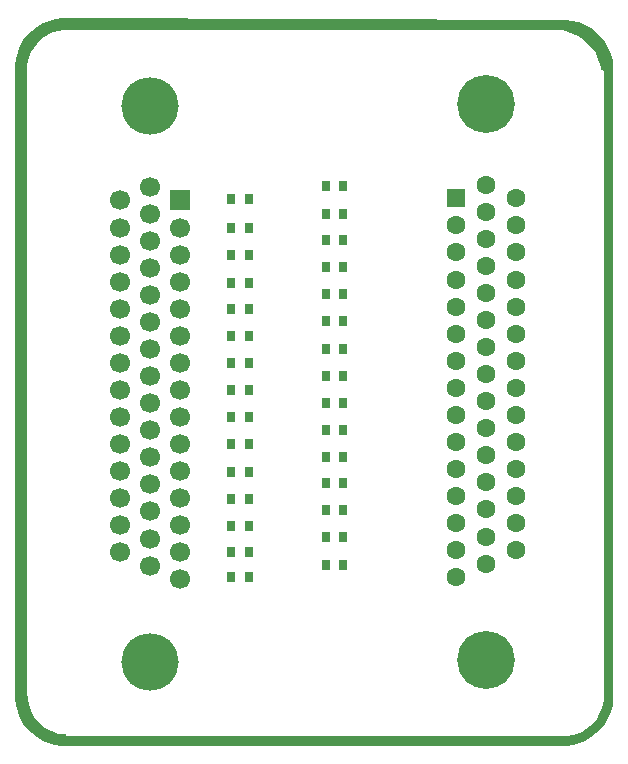
<source format=gts>
G04*
G04 #@! TF.GenerationSoftware,Altium Limited,Altium Designer,21.0.9 (235)*
G04*
G04 Layer_Color=8388736*
%FSLAX25Y25*%
%MOIN*%
G70*
G04*
G04 #@! TF.SameCoordinates,8E47622B-7771-418E-90A4-0877E0867BD3*
G04*
G04*
G04 #@! TF.FilePolarity,Negative*
G04*
G01*
G75*
%ADD14R,0.02559X0.03543*%
%ADD15C,0.06299*%
%ADD16C,0.19291*%
%ADD17R,0.06299X0.06299*%
%ADD18C,0.19095*%
%ADD19R,0.06693X0.06693*%
%ADD20C,0.06693*%
G36*
X221767Y453697D02*
X221767Y453697D01*
X221767Y453697D01*
X387500Y453233D01*
X388614Y453233D01*
X390824Y452942D01*
X392976Y452365D01*
X395035Y451513D01*
X396965Y450398D01*
X398733Y449042D01*
X400309Y447466D01*
X401665Y445698D01*
X402779Y443768D01*
X403632Y441709D01*
X404209Y439557D01*
X404500Y437348D01*
Y436233D01*
X404500Y228000D01*
Y226901D01*
X404213Y224722D01*
X403644Y222599D01*
X402803Y220568D01*
X401704Y218665D01*
X400366Y216921D01*
X398812Y215367D01*
X397068Y214029D01*
X395165Y212930D01*
X393134Y212089D01*
X391011Y211520D01*
X388832Y211233D01*
X387733D01*
X221767Y211233D01*
X220668D01*
X218489Y211520D01*
X216366Y212089D01*
X214335Y212930D01*
X212432Y214029D01*
X210688Y215367D01*
X209134Y216921D01*
X207796Y218665D01*
X206697Y220568D01*
X205856Y222599D01*
X205287Y224722D01*
X205000Y226901D01*
Y228000D01*
X205000D01*
X205000Y437000D01*
X205000Y438099D01*
X205287Y440278D01*
X205856Y442401D01*
X206697Y444432D01*
X207796Y446335D01*
X209134Y448079D01*
X210688Y449633D01*
X212432Y450971D01*
X214335Y452070D01*
X216366Y452911D01*
X218489Y453480D01*
X220668Y453767D01*
X221697D01*
X221767Y453697D01*
D02*
G37*
%LPC*%
G36*
X385692Y449964D02*
X384712D01*
X384628Y449950D01*
X384548Y449921D01*
X384474Y449880D01*
X384441Y449853D01*
X222260Y449859D01*
X222260Y449859D01*
X222260Y449859D01*
X222260Y449859D01*
X222218Y449859D01*
X222134Y449847D01*
X222134Y449847D01*
X222052Y449823D01*
X222052Y449823D01*
X221975Y449787D01*
X221975Y449787D01*
X221939Y449764D01*
X221097Y449744D01*
X219432Y449490D01*
X217812Y449028D01*
X216263Y448365D01*
X214811Y447511D01*
X213478Y446480D01*
X212287Y445288D01*
X211256Y443956D01*
X210402Y442504D01*
X209738Y440955D01*
X209276Y439335D01*
X209023Y437669D01*
X209002Y436827D01*
X208979Y436792D01*
X208944Y436714D01*
X208920Y436633D01*
X208908Y436549D01*
Y436507D01*
X208907Y228260D01*
Y228177D01*
X208953Y228016D01*
X209042Y227874D01*
X209167Y227763D01*
X209243Y227727D01*
X209276Y226905D01*
X209544Y225283D01*
X210011Y223706D01*
X210669Y222200D01*
X211508Y220786D01*
X212515Y219486D01*
X213675Y218321D01*
X214971Y217308D01*
X216381Y216462D01*
X217885Y215798D01*
X219459Y215324D01*
X221080Y215048D01*
X221901Y215012D01*
X221903Y214895D01*
X221995Y214681D01*
X222161Y214518D01*
X222377Y214429D01*
X222493D01*
X387940Y214424D01*
X387982Y214424D01*
X388066Y214436D01*
X388147Y214460D01*
X388225Y214495D01*
X388260Y214518D01*
X389102Y214539D01*
X390768Y214792D01*
X392388Y215254D01*
X393937Y215918D01*
X395389Y216772D01*
X396721Y217803D01*
X397913Y218994D01*
X398944Y220327D01*
X399798Y221779D01*
X400461Y223327D01*
X400923Y224948D01*
X401177Y226613D01*
X401197Y227455D01*
X401220Y227491D01*
X401256Y227568D01*
X401280Y227650D01*
X401292Y227734D01*
Y227776D01*
X401293Y436022D01*
Y436168D01*
X401159Y436425D01*
X400920Y436591D01*
X400632Y436628D01*
X400472Y436721D01*
X400345Y437503D01*
X399829Y439306D01*
X399105Y441036D01*
X398183Y442669D01*
X397077Y444183D01*
X395800Y445557D01*
X394372Y446772D01*
X392811Y447811D01*
X391139Y448660D01*
X389378Y449307D01*
X387555Y449744D01*
X385692Y449964D01*
D02*
G37*
%LPD*%
D14*
X314354Y271500D02*
D03*
X308646D02*
D03*
X314354Y281000D02*
D03*
X308646D02*
D03*
X314354Y290000D02*
D03*
X308646D02*
D03*
X314354Y299000D02*
D03*
X308646D02*
D03*
X314354Y307500D02*
D03*
X308646D02*
D03*
X314354Y316500D02*
D03*
X308646D02*
D03*
X314354Y325500D02*
D03*
X308646D02*
D03*
X314354Y334500D02*
D03*
X308646D02*
D03*
X314354Y343500D02*
D03*
X308646D02*
D03*
X314354Y353000D02*
D03*
X308646D02*
D03*
X314354Y362000D02*
D03*
X308646D02*
D03*
X314354Y371000D02*
D03*
X308646D02*
D03*
X314354Y380000D02*
D03*
X308646D02*
D03*
X314354Y388500D02*
D03*
X308646D02*
D03*
X314354Y398000D02*
D03*
X308646D02*
D03*
X282854Y393500D02*
D03*
X277146D02*
D03*
X282854Y384000D02*
D03*
X277146D02*
D03*
X282854Y375000D02*
D03*
X277146D02*
D03*
X282854Y365500D02*
D03*
X277146D02*
D03*
X282854Y357000D02*
D03*
X277146D02*
D03*
X282854Y348000D02*
D03*
X277146D02*
D03*
X282854Y339000D02*
D03*
X277146D02*
D03*
X282854Y330000D02*
D03*
X277146D02*
D03*
X282854Y321000D02*
D03*
X277146D02*
D03*
X282854Y312000D02*
D03*
X277146D02*
D03*
X282854Y302500D02*
D03*
X277146D02*
D03*
X282854Y293500D02*
D03*
X277146D02*
D03*
X282854Y284500D02*
D03*
X277146D02*
D03*
X282854Y276000D02*
D03*
X277146D02*
D03*
X282854Y267500D02*
D03*
X277146D02*
D03*
D15*
X362000Y380161D02*
D03*
Y389177D02*
D03*
Y398193D02*
D03*
X352000Y348626D02*
D03*
Y339610D02*
D03*
Y330594D02*
D03*
Y321579D02*
D03*
Y312563D02*
D03*
Y303547D02*
D03*
Y294531D02*
D03*
Y285516D02*
D03*
Y276500D02*
D03*
Y267484D02*
D03*
Y384689D02*
D03*
Y375673D02*
D03*
Y366657D02*
D03*
Y357642D02*
D03*
X362000Y371146D02*
D03*
Y362130D02*
D03*
Y353114D02*
D03*
Y344098D02*
D03*
Y335083D02*
D03*
Y326067D02*
D03*
Y317051D02*
D03*
Y308035D02*
D03*
Y299020D02*
D03*
Y290004D02*
D03*
Y280988D02*
D03*
Y271972D02*
D03*
X372000Y393705D02*
D03*
Y384689D02*
D03*
Y375673D02*
D03*
Y366657D02*
D03*
Y357642D02*
D03*
Y348626D02*
D03*
Y339610D02*
D03*
Y330594D02*
D03*
Y321579D02*
D03*
Y312563D02*
D03*
Y303547D02*
D03*
Y294531D02*
D03*
Y285516D02*
D03*
Y276500D02*
D03*
D16*
X362000Y425280D02*
D03*
Y239846D02*
D03*
D17*
X352000Y393705D02*
D03*
D18*
X250000Y424512D02*
D03*
Y239315D02*
D03*
D19*
X260000Y393016D02*
D03*
D20*
Y384000D02*
D03*
Y374984D02*
D03*
Y365968D02*
D03*
Y356953D02*
D03*
Y347937D02*
D03*
Y338921D02*
D03*
Y329906D02*
D03*
Y320890D02*
D03*
Y311874D02*
D03*
Y302858D02*
D03*
Y293843D02*
D03*
Y284827D02*
D03*
Y275811D02*
D03*
Y266795D02*
D03*
X250000Y397524D02*
D03*
Y388508D02*
D03*
Y379492D02*
D03*
Y370476D02*
D03*
Y361461D02*
D03*
Y352445D02*
D03*
Y343429D02*
D03*
Y334413D02*
D03*
Y325398D02*
D03*
Y316382D02*
D03*
Y307366D02*
D03*
Y298350D02*
D03*
Y289335D02*
D03*
Y280319D02*
D03*
Y271303D02*
D03*
X240000Y393016D02*
D03*
Y384000D02*
D03*
Y374984D02*
D03*
Y365968D02*
D03*
Y356953D02*
D03*
Y347937D02*
D03*
Y338921D02*
D03*
Y329906D02*
D03*
Y320890D02*
D03*
Y311874D02*
D03*
Y302858D02*
D03*
Y293843D02*
D03*
Y284827D02*
D03*
Y275811D02*
D03*
M02*

</source>
